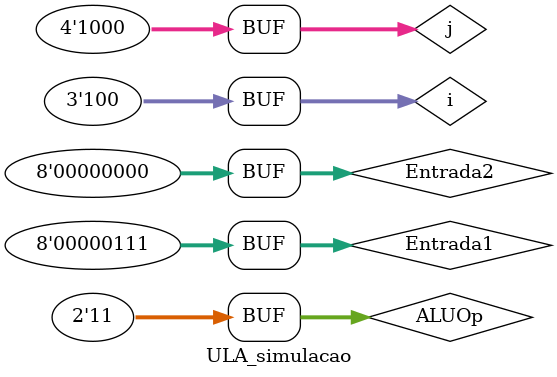
<source format=v>
module ULA (Entrada1, Entrada2, Zero, Resultado, ALUOp);

  input [7:0] Entrada1, Entrada2;
  input [1:0] ALUOp;
  output reg Zero;
  output reg [7:0] Resultado;
  reg [2:0] i;

  reg signed [7:0] SEntrada1, SEntrada2;

  always @(Entrada1, Entrada2) begin
    SEntrada1 = Entrada1;
    SEntrada2 = Entrada2;
  
    case (ALUOp)
      2'b00: Resultado = SEntrada1 + SEntrada2;
      2'b01: Resultado = ~SEntrada1 + 1;
      2'b10: Resultado = SEntrada1 - SEntrada2;
      2'b11: begin 
        Resultado = SEntrada1 - SEntrada2;
        Resultado[6:0] = {7{Resultado[7]}};
      end
      default: ;
    endcase
    
    Zero = |Resultado;
    Zero = ~Zero;
  end

endmodule

module ULA_simulacao;
  reg [7:0] Entrada1, Entrada2;
  reg [1:0] ALUOp;
  reg [2:0] i;
  reg [3:0] j;
  wire Zero;
  wire [7:0] Resultado;

  initial begin
    $monitor("Time=%0d Entrada1=%b Entrada2=%b ALUOp=%b Resultado=%b Zero=%b",
      $time, Entrada1, Entrada2, ALUOp, Resultado, Zero);
  end

  always begin
    for(i = 0; i < 4; i = i + 1) begin
      ALUOp <= i;
      for(j = 0; j < 8; j = j + 1) begin 
        #1 Entrada1 <= j;
           Entrada2 <= j;
      end
      for(j = 0; j < 8; j = j + 1) begin 
        #1 Entrada1 <= j;
           Entrada2 <= 7 - j;
      end
    end
  end

  ULA ULA1 (Entrada1, Entrada2, Zero, Resultado, ALUOp);
  
endmodule
</source>
